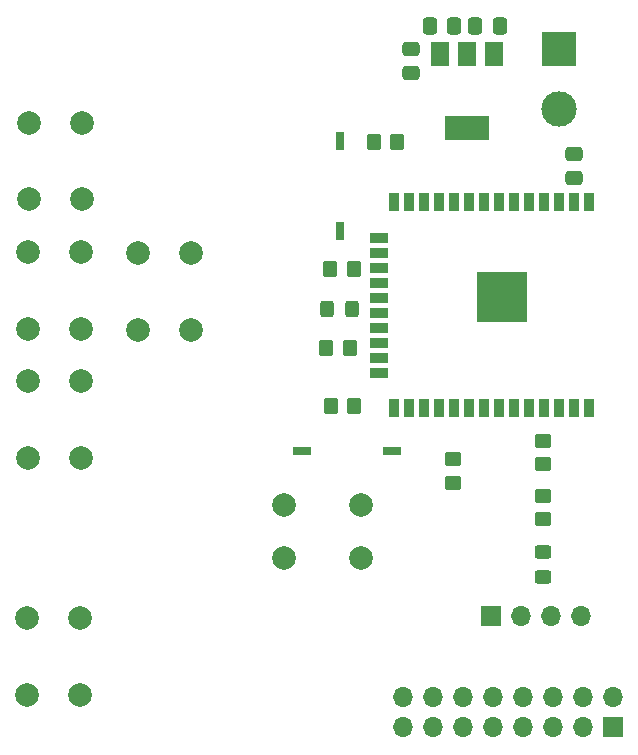
<source format=gbr>
%TF.GenerationSoftware,KiCad,Pcbnew,7.0.1*%
%TF.CreationDate,2023-04-20T18:11:54+02:00*%
%TF.ProjectId,PCB_Tetris,5043425f-5465-4747-9269-732e6b696361,rev?*%
%TF.SameCoordinates,Original*%
%TF.FileFunction,Soldermask,Top*%
%TF.FilePolarity,Negative*%
%FSLAX46Y46*%
G04 Gerber Fmt 4.6, Leading zero omitted, Abs format (unit mm)*
G04 Created by KiCad (PCBNEW 7.0.1) date 2023-04-20 18:11:54*
%MOMM*%
%LPD*%
G01*
G04 APERTURE LIST*
G04 Aperture macros list*
%AMRoundRect*
0 Rectangle with rounded corners*
0 $1 Rounding radius*
0 $2 $3 $4 $5 $6 $7 $8 $9 X,Y pos of 4 corners*
0 Add a 4 corners polygon primitive as box body*
4,1,4,$2,$3,$4,$5,$6,$7,$8,$9,$2,$3,0*
0 Add four circle primitives for the rounded corners*
1,1,$1+$1,$2,$3*
1,1,$1+$1,$4,$5*
1,1,$1+$1,$6,$7*
1,1,$1+$1,$8,$9*
0 Add four rect primitives between the rounded corners*
20,1,$1+$1,$2,$3,$4,$5,0*
20,1,$1+$1,$4,$5,$6,$7,0*
20,1,$1+$1,$6,$7,$8,$9,0*
20,1,$1+$1,$8,$9,$2,$3,0*%
G04 Aperture macros list end*
%ADD10RoundRect,0.250000X0.450000X-0.350000X0.450000X0.350000X-0.450000X0.350000X-0.450000X-0.350000X0*%
%ADD11RoundRect,0.250000X-0.350000X-0.450000X0.350000X-0.450000X0.350000X0.450000X-0.350000X0.450000X0*%
%ADD12RoundRect,0.250000X0.475000X-0.337500X0.475000X0.337500X-0.475000X0.337500X-0.475000X-0.337500X0*%
%ADD13RoundRect,0.250000X-0.325000X-0.450000X0.325000X-0.450000X0.325000X0.450000X-0.325000X0.450000X0*%
%ADD14RoundRect,0.250000X0.450000X-0.325000X0.450000X0.325000X-0.450000X0.325000X-0.450000X-0.325000X0*%
%ADD15RoundRect,0.250000X0.350000X0.450000X-0.350000X0.450000X-0.350000X-0.450000X0.350000X-0.450000X0*%
%ADD16C,2.000000*%
%ADD17RoundRect,0.250000X-0.337500X-0.475000X0.337500X-0.475000X0.337500X0.475000X-0.337500X0.475000X0*%
%ADD18R,1.700000X1.700000*%
%ADD19O,1.700000X1.700000*%
%ADD20R,1.500000X2.000000*%
%ADD21R,3.800000X2.000000*%
%ADD22R,3.000000X3.000000*%
%ADD23C,3.000000*%
%ADD24R,0.760000X1.600000*%
%ADD25R,0.900000X1.500000*%
%ADD26R,1.500000X0.900000*%
%ADD27C,0.600000*%
%ADD28R,4.200000X4.200000*%
%ADD29R,1.600000X0.760000*%
%ADD30RoundRect,0.250000X-0.450000X0.350000X-0.450000X-0.350000X0.450000X-0.350000X0.450000X0.350000X0*%
G04 APERTURE END LIST*
D10*
%TO.C,R6*%
X85852000Y-104920800D03*
X85852000Y-102920800D03*
%TD*%
D11*
%TO.C,R2*%
X75454000Y-98399600D03*
X77454000Y-98399600D03*
%TD*%
D12*
%TO.C,C1*%
X96100000Y-79162500D03*
X96100000Y-77087500D03*
%TD*%
D13*
%TO.C,D1*%
X75175000Y-90220800D03*
X77225000Y-90220800D03*
%TD*%
D12*
%TO.C,C2*%
X82300000Y-70287500D03*
X82300000Y-68212500D03*
%TD*%
D11*
%TO.C,R3*%
X75098400Y-93522800D03*
X77098400Y-93522800D03*
%TD*%
D14*
%TO.C,D2*%
X93421200Y-112886600D03*
X93421200Y-110836600D03*
%TD*%
D10*
%TO.C,R5*%
X93472000Y-103362000D03*
X93472000Y-101362000D03*
%TD*%
D15*
%TO.C,R1*%
X81100000Y-76050000D03*
X79100000Y-76050000D03*
%TD*%
D16*
%TO.C,FASTDROP1*%
X49850000Y-91925000D03*
X49850000Y-85425000D03*
X54350000Y-91925000D03*
X54350000Y-85425000D03*
%TD*%
%TO.C,HARDDROP1*%
X49750000Y-122925000D03*
X49750000Y-116425000D03*
X54250000Y-122925000D03*
X54250000Y-116425000D03*
%TD*%
D11*
%TO.C,R7*%
X75403200Y-86817200D03*
X77403200Y-86817200D03*
%TD*%
D16*
%TO.C,RECHTS1*%
X49825000Y-102825000D03*
X49825000Y-96325000D03*
X54325000Y-102825000D03*
X54325000Y-96325000D03*
%TD*%
%TO.C,ROTATE1*%
X59175000Y-91975000D03*
X59175000Y-85475000D03*
X63675000Y-91975000D03*
X63675000Y-85475000D03*
%TD*%
D17*
%TO.C,C4*%
X87687500Y-66300000D03*
X89762500Y-66300000D03*
%TD*%
D16*
%TO.C,RESET1*%
X78000000Y-111325000D03*
X71500000Y-111325000D03*
X78000000Y-106825000D03*
X71500000Y-106825000D03*
%TD*%
%TO.C,LINKS1*%
X49900000Y-80950000D03*
X49900000Y-74450000D03*
X54400000Y-80950000D03*
X54400000Y-74450000D03*
%TD*%
D18*
%TO.C,Prog1*%
X89075000Y-116200000D03*
D19*
X91615000Y-116200000D03*
X94155000Y-116200000D03*
X96695000Y-116200000D03*
%TD*%
D20*
%TO.C,PLO1*%
X89300000Y-68600000D03*
X87000000Y-68600000D03*
D21*
X87000000Y-74900000D03*
D20*
X84700000Y-68600000D03*
%TD*%
D17*
%TO.C,C3*%
X83837500Y-66300000D03*
X85912500Y-66300000D03*
%TD*%
D22*
%TO.C,Kroonsteen1*%
X94775000Y-68245000D03*
D23*
X94775000Y-73325000D03*
%TD*%
D24*
%TO.C,SW1*%
X76225000Y-76015000D03*
X76225000Y-83635000D03*
%TD*%
D18*
%TO.C,J1*%
X99325000Y-125615000D03*
D19*
X99325000Y-123075000D03*
X96785000Y-125615000D03*
X96785000Y-123075000D03*
X94245000Y-125615000D03*
X94245000Y-123075000D03*
X91705000Y-125615000D03*
X91705000Y-123075000D03*
X89165000Y-125615000D03*
X89165000Y-123075000D03*
X86625000Y-125615000D03*
X86625000Y-123075000D03*
X84085000Y-125615000D03*
X84085000Y-123075000D03*
X81545000Y-125615000D03*
X81545000Y-123075000D03*
%TD*%
D25*
%TO.C,ESP32*%
X97305800Y-81133800D03*
X96035800Y-81133800D03*
X94765800Y-81133800D03*
X93495800Y-81133800D03*
X92225800Y-81133800D03*
X90955800Y-81133800D03*
X89685800Y-81133800D03*
X88415800Y-81133800D03*
X87145800Y-81133800D03*
X85875800Y-81133800D03*
X84605800Y-81133800D03*
X83335800Y-81133800D03*
X82065800Y-81133800D03*
X80795800Y-81133800D03*
D26*
X79545800Y-84173800D03*
X79545800Y-85443800D03*
X79545800Y-86713800D03*
X79545800Y-87983800D03*
X79545800Y-89253800D03*
X79545800Y-90523800D03*
X79545800Y-91793800D03*
X79545800Y-93063800D03*
X79545800Y-94333800D03*
X79545800Y-95603800D03*
D25*
X80795800Y-98633800D03*
X82065800Y-98633800D03*
X83335800Y-98633800D03*
X84605800Y-98633800D03*
X85875800Y-98633800D03*
X87145800Y-98633800D03*
X88415800Y-98633800D03*
X89685800Y-98633800D03*
X90955800Y-98633800D03*
X92225800Y-98633800D03*
X93495800Y-98633800D03*
X94765800Y-98633800D03*
X96035800Y-98633800D03*
X97305800Y-98633800D03*
D27*
X90728300Y-87678800D03*
X89203300Y-87678800D03*
X91490800Y-88441300D03*
X89965800Y-88441300D03*
X88440800Y-88441300D03*
X90728300Y-89203800D03*
D28*
X89965800Y-89203800D03*
D27*
X89203300Y-89203800D03*
X91490800Y-89966300D03*
X89965800Y-89966300D03*
X88440800Y-89966300D03*
X90728300Y-90728800D03*
X89203300Y-90728800D03*
%TD*%
D29*
%TO.C,SW2*%
X80645000Y-102235000D03*
X73025000Y-102235000D03*
%TD*%
D30*
%TO.C,R4*%
X93472000Y-106035600D03*
X93472000Y-108035600D03*
%TD*%
M02*

</source>
